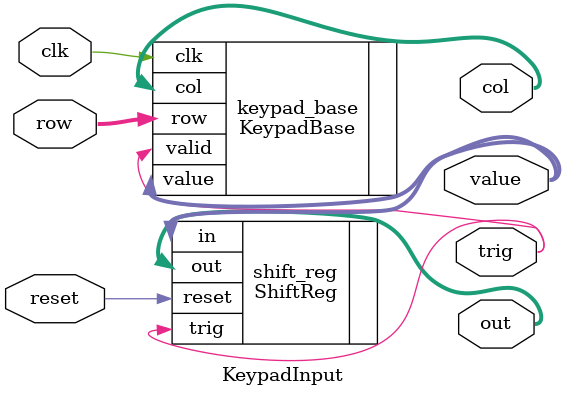
<source format=sv>

module KeypadInput #(
    parameter DIGITS = 4
) (
    input clk,
    input reset,
    input [3:0] row,
    output [3:0] col,
    output [(DIGITS*4)-1:0] out,
    output [3:0] value,
    output trig
);

    KeypadBase keypad_base (
        .clk(clk),
        .row(row),
        .col(col),
        .value(value),
        .valid(trig)
    );

    ShiftReg #(.COUNT(DIGITS)) shift_reg (
        .trig(trig),
        .in(value),
        .out(out),
        .reset(reset)
    );
    
endmodule
</source>
